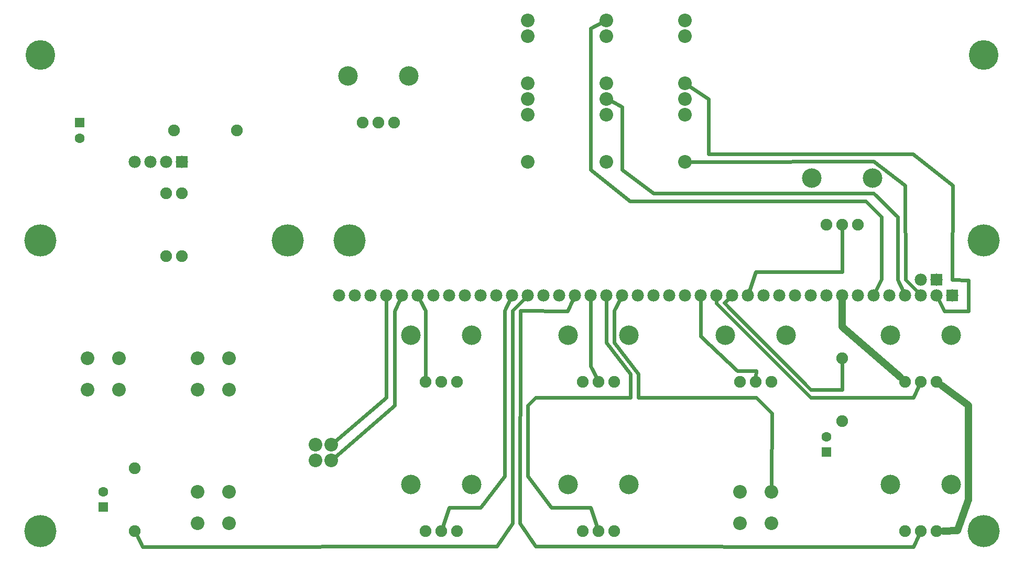
<source format=gtl>
G04 MADE WITH FRITZING*
G04 WWW.FRITZING.ORG*
G04 DOUBLE SIDED*
G04 HOLES PLATED*
G04 CONTOUR ON CENTER OF CONTOUR VECTOR*
%ASAXBY*%
%FSLAX23Y23*%
%MOIN*%
%OFA0B0*%
%SFA1.0B1.0*%
%ADD10C,0.204725*%
%ADD11C,0.188976*%
%ADD12C,0.075000*%
%ADD13C,0.074667*%
%ADD14C,0.074695*%
%ADD15C,0.124033*%
%ADD16C,0.062992*%
%ADD17C,0.087244*%
%ADD18C,0.078000*%
%ADD19R,0.062992X0.062992*%
%ADD20R,0.078000X0.078000*%
%ADD21C,0.024000*%
%ADD22C,0.048000*%
%LNCOPPER1*%
G90*
G70*
G54D10*
X1721Y2007D03*
G54D11*
X150Y3187D03*
G54D10*
X150Y157D03*
X150Y2007D03*
X2115Y2007D03*
G54D11*
X6150Y3187D03*
G54D10*
X6150Y157D03*
X6150Y2007D03*
G54D12*
X1000Y2707D03*
X1400Y2707D03*
X750Y157D03*
X750Y557D03*
X5250Y857D03*
X5250Y1257D03*
X1050Y2307D03*
X1050Y1907D03*
X950Y2307D03*
X950Y1907D03*
G54D13*
X5150Y2107D03*
X5250Y2107D03*
G54D14*
X5350Y2107D03*
G54D15*
X5056Y2403D03*
X5444Y2403D03*
G54D13*
X2600Y1107D03*
X2700Y1107D03*
G54D14*
X2800Y1107D03*
G54D15*
X2506Y1403D03*
X2894Y1403D03*
G54D13*
X2600Y157D03*
X2700Y157D03*
G54D14*
X2800Y157D03*
G54D15*
X2506Y453D03*
X2894Y453D03*
G54D13*
X3600Y1107D03*
X3700Y1107D03*
G54D14*
X3800Y1107D03*
G54D15*
X3506Y1403D03*
X3894Y1403D03*
G54D13*
X3600Y157D03*
X3700Y157D03*
G54D14*
X3800Y157D03*
G54D15*
X3506Y453D03*
X3894Y453D03*
G54D13*
X4600Y1107D03*
X4700Y1107D03*
G54D14*
X4800Y1107D03*
G54D15*
X4506Y1403D03*
X4894Y1403D03*
G54D13*
X5650Y1107D03*
X5750Y1107D03*
G54D14*
X5850Y1107D03*
G54D15*
X5556Y1403D03*
X5944Y1403D03*
G54D13*
X5650Y157D03*
X5750Y157D03*
G54D14*
X5850Y157D03*
G54D15*
X5556Y453D03*
X5944Y453D03*
G54D13*
X2200Y2757D03*
X2300Y2757D03*
G54D14*
X2400Y2757D03*
G54D15*
X2106Y3053D03*
X2494Y3053D03*
G54D16*
X550Y309D03*
X550Y407D03*
X400Y2756D03*
X400Y2657D03*
X5150Y659D03*
X5150Y757D03*
G54D17*
X4250Y2907D03*
X4250Y2807D03*
X4250Y3007D03*
X4250Y3407D03*
X4250Y3307D03*
X4250Y2507D03*
X3750Y2507D03*
X3750Y2907D03*
X3750Y2807D03*
X3750Y3007D03*
X3750Y3407D03*
X3750Y3307D03*
X3250Y3007D03*
X4600Y407D03*
X4800Y407D03*
X4600Y207D03*
X4800Y207D03*
X1150Y407D03*
X1350Y407D03*
X1350Y207D03*
X1150Y207D03*
X650Y1257D03*
X450Y1057D03*
X450Y1257D03*
X650Y1057D03*
X1350Y1057D03*
X1150Y1057D03*
X1350Y1257D03*
X1150Y1257D03*
X3250Y3407D03*
X3250Y3307D03*
X3250Y2507D03*
X1900Y707D03*
X1900Y607D03*
X2000Y707D03*
X2000Y607D03*
X3250Y2907D03*
X3250Y2807D03*
G54D18*
X5950Y1657D03*
X5850Y1657D03*
X5750Y1657D03*
X5650Y1657D03*
X5550Y1657D03*
X5450Y1657D03*
X5350Y1657D03*
X5250Y1657D03*
X5150Y1657D03*
X5050Y1657D03*
X4950Y1657D03*
X4850Y1657D03*
X4750Y1657D03*
X4650Y1657D03*
X4550Y1657D03*
X4450Y1657D03*
X4350Y1657D03*
X4250Y1657D03*
X4150Y1657D03*
X4050Y1657D03*
X3950Y1657D03*
X3850Y1657D03*
X3750Y1657D03*
X3650Y1657D03*
X3550Y1657D03*
X3450Y1657D03*
X3350Y1657D03*
X3250Y1657D03*
X3150Y1657D03*
X3050Y1657D03*
X2950Y1657D03*
X2850Y1657D03*
X2750Y1657D03*
X2650Y1657D03*
X2550Y1657D03*
X2450Y1657D03*
X2350Y1657D03*
X2250Y1657D03*
X2150Y1657D03*
X2050Y1657D03*
X5850Y1757D03*
X5750Y1757D03*
X1050Y2507D03*
X950Y2507D03*
X850Y2507D03*
X750Y2507D03*
G54D19*
X550Y309D03*
X400Y2756D03*
X5150Y659D03*
G54D20*
X5950Y1657D03*
X5850Y1757D03*
X1050Y2507D03*
G54D21*
X2348Y1006D02*
X2350Y1627D01*
D02*
X2026Y730D02*
X2348Y1006D01*
D02*
X2401Y1557D02*
X2437Y1630D01*
D02*
X2401Y956D02*
X2401Y1557D01*
D02*
X2026Y630D02*
X2401Y956D01*
D02*
X2598Y1560D02*
X2600Y1139D01*
D02*
X2563Y1630D02*
X2598Y1560D01*
G54D22*
D02*
X5248Y1457D02*
X5250Y1616D01*
D02*
X5618Y1136D02*
X5248Y1457D01*
G54D21*
D02*
X3649Y1207D02*
X3650Y1627D01*
D02*
X3685Y1136D02*
X3649Y1207D01*
D02*
X3501Y1558D02*
X3537Y1630D01*
D02*
X3201Y1559D02*
X3501Y1558D01*
D02*
X3199Y207D02*
X3201Y1559D01*
D02*
X3299Y59D02*
X3199Y207D01*
D02*
X5701Y57D02*
X3299Y59D01*
D02*
X5736Y129D02*
X5701Y57D01*
D02*
X3101Y1559D02*
X3137Y1630D01*
D02*
X3101Y508D02*
X3101Y1559D01*
D02*
X2949Y306D02*
X3101Y508D01*
D02*
X2750Y306D02*
X2949Y306D01*
D02*
X2710Y188D02*
X2750Y306D01*
D02*
X4698Y1808D02*
X4659Y1686D01*
D02*
X5250Y1808D02*
X4698Y1808D01*
D02*
X5250Y2076D02*
X5250Y1808D01*
D02*
X5248Y1057D02*
X5250Y1229D01*
D02*
X5050Y1056D02*
X5248Y1057D01*
D02*
X4500Y1609D02*
X5050Y1056D01*
D02*
X4528Y1636D02*
X4500Y1609D01*
D02*
X4449Y1608D02*
X4450Y1627D01*
D02*
X4698Y1356D02*
X4449Y1608D01*
D02*
X5050Y1007D02*
X4698Y1356D01*
D02*
X5701Y1007D02*
X5050Y1007D01*
D02*
X5736Y1079D02*
X5701Y1007D01*
D02*
X4350Y1608D02*
X4350Y1627D01*
D02*
X4349Y1396D02*
X4350Y1608D01*
D02*
X4584Y1178D02*
X4349Y1396D01*
D02*
X4701Y1178D02*
X4584Y1178D01*
D02*
X4700Y1139D02*
X4701Y1178D01*
D02*
X4701Y1007D02*
X3951Y1007D01*
D02*
X3951Y1158D02*
X3798Y1356D01*
D02*
X3951Y1007D02*
X3951Y1158D01*
D02*
X3798Y1356D02*
X3798Y1559D01*
D02*
X3798Y1559D02*
X3836Y1631D01*
D02*
X4802Y906D02*
X4701Y1007D01*
D02*
X4800Y442D02*
X4802Y906D01*
D02*
X3400Y308D02*
X3249Y506D01*
D02*
X3649Y308D02*
X3400Y308D01*
D02*
X3249Y506D02*
X3249Y956D01*
D02*
X3299Y1007D02*
X3901Y1007D01*
D02*
X3249Y956D02*
X3299Y1007D01*
D02*
X3901Y1158D02*
X3749Y1356D01*
D02*
X3901Y1109D02*
X3901Y1158D01*
D02*
X3901Y1007D02*
X3901Y1109D01*
D02*
X3749Y1356D02*
X3750Y1627D01*
D02*
X3690Y188D02*
X3649Y308D01*
D02*
X5648Y2358D02*
X5651Y1758D01*
D02*
X5450Y2509D02*
X5648Y2358D01*
D02*
X5651Y1758D02*
X5729Y1679D01*
D02*
X4399Y2508D02*
X5450Y2509D01*
D02*
X4285Y2508D02*
X4399Y2508D01*
D02*
X800Y57D02*
X763Y132D01*
D02*
X3051Y59D02*
X800Y57D01*
D02*
X3152Y207D02*
X3051Y59D01*
D02*
X3151Y1559D02*
X3152Y207D01*
D02*
X3229Y1636D02*
X3151Y1559D01*
D02*
X3650Y2457D02*
X3898Y2257D01*
D02*
X3850Y2457D02*
X3850Y2857D01*
D02*
X5499Y1759D02*
X5463Y1685D01*
D02*
X5500Y2156D02*
X5499Y1759D01*
D02*
X5400Y2257D02*
X5500Y2156D01*
D02*
X3898Y2257D02*
X5400Y2257D01*
D02*
X3650Y3357D02*
X3650Y2457D01*
D02*
X3719Y3392D02*
X3650Y3357D01*
D02*
X3850Y2857D02*
X3781Y2892D01*
D02*
X4050Y2306D02*
X3850Y2457D01*
D02*
X5450Y2307D02*
X4050Y2306D01*
D02*
X5601Y2156D02*
X5450Y2307D01*
D02*
X5602Y1757D02*
X5601Y2156D01*
D02*
X5637Y1685D02*
X5602Y1757D01*
D02*
X5950Y1757D02*
X6054Y1752D01*
D02*
X6054Y1752D02*
X6052Y1558D01*
D02*
X6052Y1558D02*
X5900Y1558D01*
D02*
X5900Y1558D02*
X5863Y1631D01*
D02*
X5951Y2358D02*
X5950Y1757D01*
D02*
X5699Y2556D02*
X5951Y2358D01*
D02*
X4399Y2558D02*
X5699Y2556D01*
D02*
X4398Y2906D02*
X4399Y2558D01*
D02*
X4279Y2988D02*
X4398Y2906D01*
G54D22*
D02*
X5983Y161D02*
X5893Y158D01*
D02*
X6051Y357D02*
X5983Y161D01*
D02*
X6051Y957D02*
X6051Y357D01*
D02*
X5884Y1082D02*
X6051Y957D01*
G04 End of Copper1*
M02*
</source>
